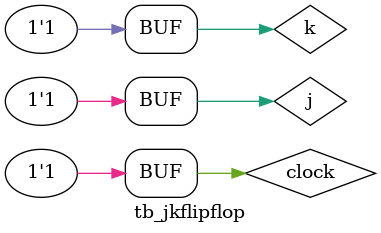
<source format=v>
module tb_jkflipflop();
reg clock,j,k;
wire Q,Q_bar;

jk_flipflop dut(j,k,clock,Q,Q_bar);
initial

begin
	#10 clock=0;j=0;k=0;
	#10 clock=0;j=0;k=1;
	#10 clock=0;j=1;k=0;
	#10 clock=0;j=1;k=1;
	#10 clock=1;j=0;k=0;
	#10 clock=1;j=0;k=1;
	#10 clock=1;j=1;k=0;
	#10 clock=1;j=1;k=1;
$monitor("simtime=%t,j=%b,k=%b,clock=%b,Q=%b,Q_bar=%b\n",$time,j,k,clock,Q,Q_bar);

	#10 clock=0;j=0;k=0;
	#10 clock=0;j=0;k=1;
	#10 clock=0;j=1;k=0;
	#10 clock=0;j=1;k=1;
	#10 clock=1;j=0;k=0;
	#10 clock=1;j=0;k=1;
	#10 clock=1;j=1;k=0;
	#10 clock=1;j=1;k=1;
	
end
endmodule
</source>
